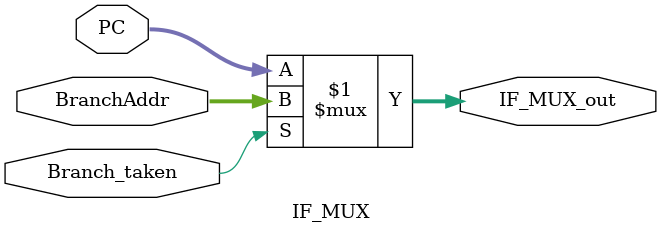
<source format=v>
module IF_MUX (
	input Branch_taken,
	input[31:0] BranchAddr, PC,
	output[31:0] IF_MUX_out
);

assign IF_MUX_out = Branch_taken ? BranchAddr : PC ;

endmodule




</source>
